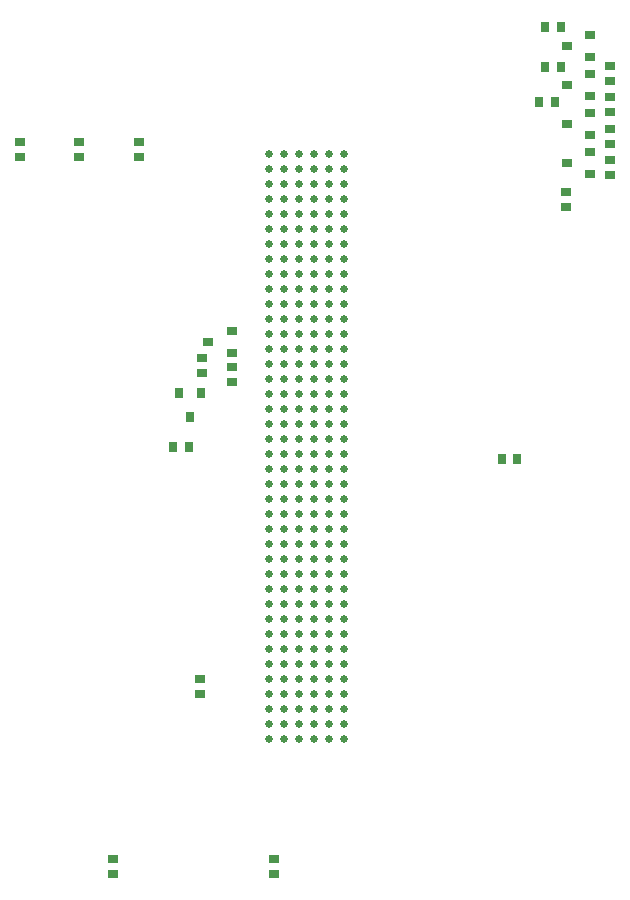
<source format=gtp>
G75*
%MOIN*%
%OFA0B0*%
%FSLAX24Y24*%
%IPPOS*%
%LPD*%
%AMOC8*
5,1,8,0,0,1.08239X$1,22.5*
%
%ADD10C,0.0250*%
%ADD11R,0.0354X0.0315*%
%ADD12R,0.0354X0.0276*%
%ADD13R,0.0276X0.0354*%
%ADD14R,0.0315X0.0354*%
D10*
X027567Y006582D03*
X028067Y006582D03*
X028567Y006582D03*
X029067Y006582D03*
X029067Y007082D03*
X028567Y007082D03*
X028067Y007082D03*
X027567Y007082D03*
X027567Y007582D03*
X028067Y007582D03*
X028567Y007582D03*
X029067Y007582D03*
X029067Y008082D03*
X028567Y008082D03*
X028067Y008082D03*
X027567Y008082D03*
X027567Y008582D03*
X028067Y008582D03*
X028567Y008582D03*
X029067Y008582D03*
X029067Y009082D03*
X028567Y009082D03*
X028067Y009082D03*
X027567Y009082D03*
X027567Y009582D03*
X028067Y009582D03*
X028567Y009582D03*
X029067Y009582D03*
X029067Y010082D03*
X028567Y010082D03*
X028067Y010082D03*
X027567Y010082D03*
X027567Y010582D03*
X028067Y010582D03*
X028567Y010582D03*
X029067Y010582D03*
X029067Y011082D03*
X028567Y011082D03*
X028067Y011082D03*
X027567Y011082D03*
X027567Y011582D03*
X028067Y011582D03*
X028567Y011582D03*
X029067Y011582D03*
X029067Y012082D03*
X028567Y012082D03*
X028067Y012082D03*
X027567Y012082D03*
X027567Y012582D03*
X028067Y012582D03*
X028567Y012582D03*
X029067Y012582D03*
X029067Y013082D03*
X028567Y013082D03*
X028067Y013082D03*
X027567Y013082D03*
X027567Y013582D03*
X028067Y013582D03*
X028567Y013582D03*
X029067Y013582D03*
X029067Y014082D03*
X028567Y014082D03*
X028067Y014082D03*
X027567Y014082D03*
X027567Y014582D03*
X028067Y014582D03*
X028567Y014582D03*
X029067Y014582D03*
X029567Y014582D03*
X030067Y014582D03*
X030067Y014082D03*
X030067Y013582D03*
X029567Y013582D03*
X029567Y014082D03*
X029567Y013082D03*
X030067Y013082D03*
X030067Y012582D03*
X029567Y012582D03*
X029567Y012082D03*
X030067Y012082D03*
X030067Y011582D03*
X029567Y011582D03*
X029567Y011082D03*
X030067Y011082D03*
X030067Y010582D03*
X029567Y010582D03*
X029567Y010082D03*
X030067Y010082D03*
X030067Y009582D03*
X029567Y009582D03*
X029567Y009082D03*
X030067Y009082D03*
X030067Y008582D03*
X029567Y008582D03*
X029567Y008082D03*
X030067Y008082D03*
X030067Y007582D03*
X029567Y007582D03*
X029567Y007082D03*
X030067Y007082D03*
X030067Y006582D03*
X029567Y006582D03*
X029567Y015082D03*
X030067Y015082D03*
X030067Y015582D03*
X029567Y015582D03*
X029567Y016082D03*
X030067Y016082D03*
X030067Y016582D03*
X029567Y016582D03*
X029567Y017082D03*
X030067Y017082D03*
X030067Y017582D03*
X029567Y017582D03*
X029567Y018082D03*
X030067Y018082D03*
X030067Y018582D03*
X029567Y018582D03*
X029567Y019082D03*
X030067Y019082D03*
X030067Y019582D03*
X029567Y019582D03*
X029567Y020082D03*
X030067Y020082D03*
X030067Y020582D03*
X029567Y020582D03*
X029567Y021082D03*
X030067Y021082D03*
X030067Y021582D03*
X029567Y021582D03*
X029567Y022082D03*
X030067Y022082D03*
X030067Y022582D03*
X029567Y022582D03*
X029567Y023082D03*
X030067Y023082D03*
X030067Y023582D03*
X029567Y023582D03*
X029567Y024082D03*
X030067Y024082D03*
X030067Y024582D03*
X030067Y025082D03*
X029567Y025082D03*
X029567Y024582D03*
X029067Y024582D03*
X029067Y025082D03*
X028567Y025082D03*
X028567Y024582D03*
X028067Y024582D03*
X028067Y025082D03*
X027567Y025082D03*
X027567Y024582D03*
X027567Y024082D03*
X028067Y024082D03*
X028567Y024082D03*
X029067Y024082D03*
X029067Y023582D03*
X029067Y023082D03*
X028567Y023082D03*
X028567Y023582D03*
X028067Y023582D03*
X028067Y023082D03*
X027567Y023082D03*
X027567Y023582D03*
X027567Y022582D03*
X028067Y022582D03*
X028567Y022582D03*
X029067Y022582D03*
X029067Y022082D03*
X028567Y022082D03*
X028067Y022082D03*
X027567Y022082D03*
X027567Y021582D03*
X028067Y021582D03*
X028567Y021582D03*
X029067Y021582D03*
X029067Y021082D03*
X028567Y021082D03*
X028067Y021082D03*
X027567Y021082D03*
X027567Y020582D03*
X028067Y020582D03*
X028567Y020582D03*
X029067Y020582D03*
X029067Y020082D03*
X028567Y020082D03*
X028067Y020082D03*
X027567Y020082D03*
X027567Y019582D03*
X028067Y019582D03*
X028567Y019582D03*
X029067Y019582D03*
X029067Y019082D03*
X028567Y019082D03*
X028067Y019082D03*
X027567Y019082D03*
X027567Y018582D03*
X028067Y018582D03*
X028567Y018582D03*
X029067Y018582D03*
X029067Y018082D03*
X028567Y018082D03*
X028067Y018082D03*
X027567Y018082D03*
X027567Y017582D03*
X028067Y017582D03*
X028567Y017582D03*
X029067Y017582D03*
X029067Y017082D03*
X028567Y017082D03*
X028067Y017082D03*
X027567Y017082D03*
X027567Y016582D03*
X028067Y016582D03*
X028567Y016582D03*
X029067Y016582D03*
X029067Y016082D03*
X028567Y016082D03*
X028067Y016082D03*
X027567Y016082D03*
X027567Y015582D03*
X028067Y015582D03*
X028567Y015582D03*
X029067Y015582D03*
X029067Y015082D03*
X028567Y015082D03*
X028067Y015082D03*
X027567Y015082D03*
X027567Y025582D03*
X028067Y025582D03*
X028567Y025582D03*
X029067Y025582D03*
X029067Y026082D03*
X028567Y026082D03*
X028067Y026082D03*
X027567Y026082D03*
X029567Y026082D03*
X030067Y026082D03*
X030067Y025582D03*
X029567Y025582D03*
D11*
X026310Y020196D03*
X026310Y019448D03*
X025523Y019822D03*
X037473Y025772D03*
X038260Y025398D03*
X038260Y026146D03*
X038260Y026698D03*
X038260Y027446D03*
X038260Y027998D03*
X038260Y028746D03*
X038260Y029298D03*
X038260Y030046D03*
X037473Y029672D03*
X037473Y028372D03*
X037473Y027072D03*
D12*
X022367Y002066D03*
X022367Y002578D03*
X027717Y002578D03*
X027717Y002066D03*
X025267Y008066D03*
X025267Y008578D03*
X026317Y018466D03*
X026317Y018978D03*
X025317Y018766D03*
X025317Y019278D03*
X023217Y025966D03*
X023217Y026478D03*
X021217Y026478D03*
X021217Y025966D03*
X019267Y025966D03*
X019267Y026478D03*
X037467Y024828D03*
X037467Y024316D03*
X038917Y025366D03*
X038917Y025878D03*
X038917Y026416D03*
X038917Y026928D03*
X038917Y027466D03*
X038917Y027978D03*
X038917Y028516D03*
X038917Y029028D03*
D13*
X037273Y028972D03*
X036761Y028972D03*
X036561Y027822D03*
X037073Y027822D03*
X037273Y030322D03*
X036761Y030322D03*
X024873Y016322D03*
X024361Y016322D03*
X035311Y015922D03*
X035823Y015922D03*
D14*
X025291Y018116D03*
X024543Y018116D03*
X024917Y017328D03*
M02*

</source>
